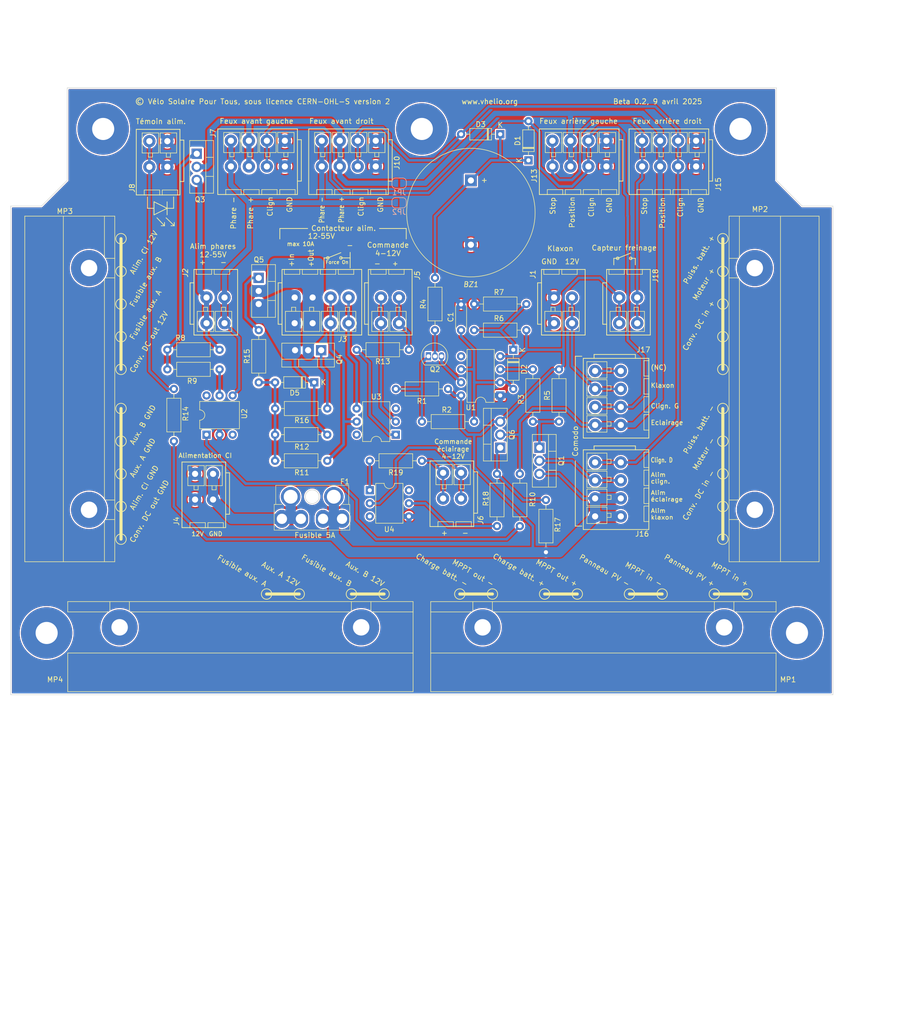
<source format=kicad_pcb>
(kicad_pcb (version 20211014) (generator pcbnew)

  (general
    (thickness 1.6)
  )

  (paper "A4")
  (layers
    (0 "F.Cu" signal)
    (31 "B.Cu" signal)
    (32 "B.Adhes" user "B.Adhesive")
    (33 "F.Adhes" user "F.Adhesive")
    (34 "B.Paste" user)
    (35 "F.Paste" user)
    (36 "B.SilkS" user "B.Silkscreen")
    (37 "F.SilkS" user "F.Silkscreen")
    (38 "B.Mask" user)
    (39 "F.Mask" user)
    (40 "Dwgs.User" user "User.Drawings")
    (41 "Cmts.User" user "User.Comments")
    (42 "Eco1.User" user "User.Eco1")
    (43 "Eco2.User" user "User.Eco2")
    (44 "Edge.Cuts" user)
    (45 "Margin" user)
    (46 "B.CrtYd" user "B.Courtyard")
    (47 "F.CrtYd" user "F.Courtyard")
    (48 "B.Fab" user)
    (49 "F.Fab" user)
    (50 "User.1" user)
    (51 "User.2" user)
    (52 "User.3" user)
    (53 "User.4" user)
    (54 "User.5" user)
    (55 "User.6" user)
    (56 "User.7" user)
    (57 "User.8" user)
    (58 "User.9" user)
  )

  (setup
    (stackup
      (layer "F.SilkS" (type "Top Silk Screen"))
      (layer "F.Paste" (type "Top Solder Paste"))
      (layer "F.Mask" (type "Top Solder Mask") (thickness 0.01))
      (layer "F.Cu" (type "copper") (thickness 0.035))
      (layer "dielectric 1" (type "core") (thickness 1.51) (material "FR4") (epsilon_r 4.5) (loss_tangent 0.02))
      (layer "B.Cu" (type "copper") (thickness 0.035))
      (layer "B.Mask" (type "Bottom Solder Mask") (thickness 0.01))
      (layer "B.Paste" (type "Bottom Solder Paste"))
      (layer "B.SilkS" (type "Bottom Silk Screen"))
      (copper_finish "None")
      (dielectric_constraints no)
    )
    (pad_to_mask_clearance 0)
    (pcbplotparams
      (layerselection 0x00010e0_ffffffff)
      (disableapertmacros false)
      (usegerberextensions false)
      (usegerberattributes true)
      (usegerberadvancedattributes true)
      (creategerberjobfile true)
      (svguseinch false)
      (svgprecision 6)
      (excludeedgelayer true)
      (plotframeref false)
      (viasonmask false)
      (mode 1)
      (useauxorigin false)
      (hpglpennumber 1)
      (hpglpenspeed 20)
      (hpglpendiameter 15.000000)
      (dxfpolygonmode true)
      (dxfimperialunits true)
      (dxfusepcbnewfont true)
      (psnegative false)
      (psa4output false)
      (plotreference true)
      (plotvalue true)
      (plotinvisibletext false)
      (sketchpadsonfab false)
      (subtractmaskfromsilk false)
      (outputformat 1)
      (mirror false)
      (drillshape 0)
      (scaleselection 1)
      (outputdirectory "")
    )
  )

  (net 0 "")
  (net 1 "GND")
  (net 2 "Net-(F1-Pad2)")
  (net 3 "Net-(D1-Pad2)")
  (net 4 "Net-(D3-Pad2)")
  (net 5 "/Phares")
  (net 6 "Net-(J13-Pad4)")
  (net 7 "Net-(J1-Pad2)")
  (net 8 "/Flasher/Out")
  (net 9 "unconnected-(J17-Pad1)")
  (net 10 "/12V_5A")
  (net 11 "/Flasher/Enable")
  (net 12 "/Contacteur Phares/Input")
  (net 13 "/Contacteur Phares/GND")
  (net 14 "/Contacteur Phares/Output")
  (net 15 "Net-(D4-Pad2)")
  (net 16 "/Conv12V_In.Vbatt")
  (net 17 "/Contacteur alim./Input")
  (net 18 "/Contacteur alim./SW_On")
  (net 19 "/Contacteur alim./GND")
  (net 20 "/Contacteur alim./Cmd_GND")
  (net 21 "/Contacteur alim./Cmd_On")
  (net 22 "/Contacteur Eclairage/Cmd_On")
  (net 23 "/Contacteur Eclairage/Cmd_GND")
  (net 24 "Net-(Q4-Pad1)")
  (net 25 "Net-(Q5-Pad1)")
  (net 26 "Net-(C1-Pad1)")
  (net 27 "Net-(D2-Pad1)")
  (net 28 "Net-(D5-Pad2)")
  (net 29 "Net-(Q1-Pad1)")
  (net 30 "Net-(Q2-Pad1)")
  (net 31 "Net-(Q2-Pad2)")
  (net 32 "Net-(Q2-Pad3)")
  (net 33 "Net-(Q3-Pad1)")
  (net 34 "Net-(Q6-Pad1)")
  (net 35 "Net-(R3-Pad1)")
  (net 36 "Net-(R9-Pad2)")
  (net 37 "Net-(R10-Pad1)")
  (net 38 "Net-(R13-Pad1)")
  (net 39 "Net-(R18-Pad2)")
  (net 40 "Net-(R19-Pad1)")
  (net 41 "unconnected-(U1-Pad5)")
  (net 42 "unconnected-(U2-Pad3)")
  (net 43 "unconnected-(U2-Pad6)")
  (net 44 "unconnected-(U3-Pad3)")
  (net 45 "unconnected-(U3-Pad6)")
  (net 46 "unconnected-(U4-Pad3)")
  (net 47 "unconnected-(U4-Pad6)")

  (footprint "circuit:Wago_221-500_SplicingConnectorHolder" (layer "F.Cu") (at 95.25 82.55 90))

  (footprint "circuit:MountingHole_5mm" (layer "F.Cu") (at 87 130))

  (footprint "Resistor_THT:R_Axial_DIN0207_L6.3mm_D2.5mm_P10.16mm_Horizontal" (layer "F.Cu") (at 147.32 74.93))

  (footprint "circuit:Buzzer_25x16_12.5" (layer "F.Cu") (at 169.545 42.01 -90))

  (footprint "Resistor_THT:R_Axial_DIN0207_L6.3mm_D2.5mm_P10.16mm_Horizontal" (layer "F.Cu") (at 174.625 99.06 -90))

  (footprint "Resistor_THT:R_Axial_DIN0207_L6.3mm_D2.5mm_P10.16mm_Horizontal" (layer "F.Cu") (at 180.34 71.12 180))

  (footprint "circuit:TO-220-3_Vertical" (layer "F.Cu") (at 140.415001 75.02 180))

  (footprint "circuit:Generic_FuseHolder_MINI" (layer "F.Cu") (at 144.475 107.805 180))

  (footprint "Resistor_THT:R_Axial_DIN0207_L6.3mm_D2.5mm_P10.16mm_Horizontal" (layer "F.Cu") (at 165.1 82.55 180))

  (footprint "Package_DIP:DIP-8_W7.62mm" (layer "F.Cu") (at 175.26 83.82 180))

  (footprint "circuit:TerminalBlock_Wago_2601-3102_1x02_P3.50mm_Vertical" (layer "F.Cu") (at 119.38 104.06 180))

  (footprint "Resistor_THT:R_Axial_DIN0207_L6.3mm_D2.5mm_P10.16mm_Horizontal" (layer "F.Cu") (at 160.02 88.9))

  (footprint "Resistor_THT:R_Axial_DIN0207_L6.3mm_D2.5mm_P10.16mm_Horizontal" (layer "F.Cu") (at 179.07 109.22 90))

  (footprint "circuit:MountingHole_5mm" (layer "F.Cu") (at 98 32))

  (footprint "circuit:TerminalBlock_Wago_2601-3104_1x04_P3.50mm_Vertical" (layer "F.Cu") (at 195.920004 39.29 180))

  (footprint "circuit:TO-220-3_Vertical" (layer "F.Cu") (at 182.88 93.98 -90))

  (footprint "Resistor_THT:R_Axial_DIN0207_L6.3mm_D2.5mm_P10.16mm_Horizontal" (layer "F.Cu") (at 110.49 78.74))

  (footprint "Diode_THT:D_DO-35_SOD27_P7.62mm_Horizontal" (layer "F.Cu") (at 139.065 81.28 180))

  (footprint "circuit:TerminalBlock_Wago_2601-3104_1x04_P3.50mm_Vertical" (layer "F.Cu") (at 213.370004 39.29 180))

  (footprint "circuit:TO-92L_Inline" (layer "F.Cu") (at 161.29 76.2))

  (footprint "circuit:MountingHole_5mm" (layer "F.Cu") (at 222 32))

  (footprint "Resistor_THT:R_Axial_DIN0207_L6.3mm_D2.5mm_P10.16mm_Horizontal" (layer "F.Cu") (at 131.445 86.36))

  (footprint "circuit:TerminalBlock_Wago_2601-3104_1x04_P3.50mm_Vertical" (layer "F.Cu") (at 133.35 39.29 180))

  (footprint "Diode_THT:D_DO-35_SOD27_P7.62mm_Horizontal" (layer "F.Cu") (at 175.26 33.02 180))

  (footprint "Resistor_THT:R_Axial_DIN0207_L6.3mm_D2.5mm_P10.16mm_Horizontal" (layer "F.Cu") (at 111.76 82.55 -90))

  (footprint "Diode_THT:D_DO-35_SOD27_P7.62mm_Horizontal" (layer "F.Cu") (at 177.8 74.93 -90))

  (footprint "Resistor_THT:R_Axial_DIN0207_L6.3mm_D2.5mm_P10.16mm_Horizontal" (layer "F.Cu") (at 181.61 78.74 -90))

  (footprint "Capacitor_THT:C_Disc_D4.3mm_W1.9mm_P5.00mm" (layer "F.Cu") (at 167.64 71.12 90))

  (footprint "Resistor_THT:R_Axial_DIN0207_L6.3mm_D2.5mm_P10.16mm_Horizontal" (layer "F.Cu") (at 162.56 71.12 90))

  (footprint "circuit:TerminalBlock_Wago_2601-3102_1x02_P3.50mm_Vertical" (layer "F.Cu") (at 152.055 64.77))

  (footprint "Diode_THT:D_DO-35_SOD27_P7.62mm_Horizontal" (layer "F.Cu") (at 180.75 38.1 90))

  (footprint "circuit:TerminalBlock_Wago_2601-3104_1x04_P3.50mm_Vertical" (layer "F.Cu") (at 198.7161 96.829996 -90))

  (footprint "circuit:TO-220-3_Vertical" (layer "F.Cu") (at 116.205 36.83 -90))

  (footprint "circuit:TerminalBlock_Wago_2601-3104_1x04_P3.50mm_Vertical" (layer "F.Cu") (at 135.255 64.77))

  (footprint "circuit:Wago_221-500_SplicingConnectorHolder" (layer "F.Cu") (at 224.79 82.55 -90))

  (footprint "Package_DIP:DIP-6_W7.62mm" (layer "F.Cu") (at 154.94 91.44 180))

  (footprint "circuit:MountingHole_5mm" (layer "F.Cu") (at 160 32))

  (footprint "circuit:TerminalBlock_Wago_2601-3102_1x02_P3.50mm_Vertical" (layer "F.Cu")
    (tedit 67E5B582) (tstamp ad280681-52bf-4c8b-ac2c-9709ca177a8f)
    (at 110.49 39.37 180)
    (tags "Wago 2601-3102")
    (property "Sheetfile" "circuit.kicad_sch")
    (property "Sheetname" "")
    (path "/6e9cd9b5-2cb7-48b8-855f-32619e72c0d6")
    (attr through_hole)
    (fp_text reference "J8" (at 6.858 -5.08 90 unlocked) (layer "F.SilkS")
      (effects (font (size 1 1) (thickness 0.15)) (justify left))
      (tstamp 01e6719e-9dcc-49b4-83bd-29865c70ede1)
    )
    (fp_text value "Conn_Indicateur_Alim" (at 6.35 12.7 180 unlocked) (layer "F.Fab")
      (effects (font (size 1 1) (thickness 0.15)))
      (tstamp 226ba779-52a5-430e-8724-687eedb9994a)
    )
    (fp_text user "${REFERENCE}" (at -2.54 8.89 180 unlocked) (layer "F.Fab")
      (effects (font (size 1 1) (thickness 0.15)) (justify left))
      (tstamp 66b292fe-b076-4a06-a7c0-1ada692a3a1c)
    )
    (fp_line (start 0.200004 2.7) (end 0.200004 1.9) (layer "F.SilkS") (width 0.12) (tstamp 055344df-a143-4136-b771-d336538fb7af))
    (fp_line (start 6.050002 -5.449999) (end 6.050002 7.300001) (layer "F.SilkS") (width 0.1524) (tstamp 0bf7f6d2-f9ad-418f-a859-2bdac7c5ae6a))
    (fp_line (start 1.000004 -4.5) (end -1.999996 -4.5) (layer "F.SilkS") (width 0.12) (tstamp 172a5f2e-4b05-4695-a29c-fa4177c4b3cb))
    (fp_line (start -1.799996 2.7) (end 1.400004 2.7) (layer "F.SilkS") (width 0.12) (tstamp 2bda51c6-7fa4-46ce-ae16-9432d8e95181))
    (fp_line (start -2.449999 -5.449999) (end 6.050002 -5.449999) (layer "F.SilkS") (width 0.1524) (tstamp 2fe5d3e2-bddb-4587-bded-427cfce568b9))
    (fp_line (start -2.449998 -2.849999) (end -3.199999 -2.849999) (layer "F.SilkS") (width 0.1524) (tstamp 37130413-1809-47b9-8303-cea1ae047af6))
    (fp_line (start 1.400004 6.6) (end -1.799996 6.6) (layer "F.SilkS") (width 0.12) (tstamp 3e95dbad-cf0c-49ac-9feb-4e066d548718))
    (fp_line (start 1.500004 -4.5) (end 1.500004 -5.5) (layer "F.SilkS") (width 0.12) (tstamp 447f988c-93f8-4098-90d3-450e5b33e37e))
    (fp_line (start -2.449998 5.2) (end -3.199999 5.2) (layer "F.SilkS") (width 0.1524) (tstamp 480dd182-3993-417f-8df5-e200a1f80d68))
    (fp_line (start 1.700004 2.7) (end 4.900004 2.7) (layer "F.SilkS") (width 0.12) (tstamp 51a339e0-742b-4f55-ac2a-68cbce2af206))
    (fp_line (start 4.500004 -4.5) (end 1.500004 -4.5) (layer "F.SilkS") (width 0.12) (tstamp 5cc9ce62-9d95-47ab-92a1-556a194f8c63))
    (fp_line (start 4.900004 6.6) (end 1.700004 6.6) (layer "F.SilkS") (width 0.12) (tstamp 6b8e3659-a647-4450-8987-9cf793c52fd5))
    (fp_line (start -2.449999 7.300001) (end -2.449999 -5.449999) (layer "F.SilkS") (width 0.1524) (tstamp 6f53efb7-db48-45d9-80c1-507b9960ad08))
    (fp_line (start 3.700004 1.9) (end 2.900004 1.9) (layer "F.SilkS") (width 0.12) (tstamp 84bb1473-531d-4720-ba3b-1fc557b46054))
    (fp_line (start 4.900004 2.7) (end 4.900004 6.6) (layer "F.SilkS") (width 0.12) (tstamp 874081a4-b3f7-4615-9506-53da689e2116))
    (fp_line (start -1.999996 -4.5) (end -1.999996 -5.5) (layer "F.SilkS") (width 0.12) (tstamp 890b243b-b04d-4f29-ab51-41f7ecadcda7))
    (fp_line (start 1.400004 2.7) (end 1.400004 6.6) (layer "F.SilkS") (width 0.12) (tstamp 9a0efaaf-2136-4026-b3c2-edfb6e83a75f))
    (fp_line (start 1.000004 -5.5) (end 1.000004 -4.5) (layer "F.SilkS") (width 0.12) (tstamp aa41a8c3-0e56-44b4-a82b-0213f5a70b0a))
    (fp_line (start 3.700004 2.7) (end 3.700004 1.9) (layer "F.SilkS") (width 0.12) (tstamp c0508555-6424-4fad-9226-ea42a1633de9))
    (fp_line (start 2.900004 1.9) (end 2.900004 2.7) (layer "F.SilkS") (width 0.12) (tstamp c37f20c4-30c5-4386-b6e8-dfff5caa39b4))
    (fp_line (start 4.500004 -5.5) (end 4.500004 -4.5) (layer "F.SilkS") (width 0.12) (tstamp c3a8f970-2a4a-4a9c-b215-e4de5eebaf7d))
    (fp_line (start -1.799996 6.6) (end -1.799996 2.7) (layer "F.SilkS") (width 0.12) (tstamp cf2c6647-6755-4742-aaa1-c5903da09b5e))
    (fp_line (start -2.449999 7.300001) (end 6.050002 7.300001) (layer "F.SilkS") (width 0.1524) (tstamp d52c2de8-ba2b-4089-b214-05a4b7a1c4e9))
    (fp_line (start -3.199999 5.2) (end -3.199999 -2.849999) (layer "F.SilkS") (width 0.1524) (tstamp e7635299-8a9a-43d3-8b3b-95319ccda23b))
    (fp_line (start 0.200004 1.9) (end -0.599996 1.9) (layer "F.SilkS") (width 0.12) (tstamp eaa75a45-f2f9-4305-98ea-dd8a5d8f3404))
    (fp_line (start -0.599996 1.9) (end -0.599996 2.7) (layer "F.SilkS") (width 0.12) (tstamp f1ea6538-b56f-40f6-b846-910db16dc20a))
    (fp_line (start 1.700004 6.6) (end 1.700004 2.7) (layer "F.SilkS") (width 0.12) (tstamp fbb1d5ec-8996-4f56-8e52-da703f4d2e64))
    (fp_line (start -3.453998 7.554001) (end 6.304002 7.554001) (layer "F.CrtYd") (width 0.1524) (tstamp 036dd9cc-d33e-4cbc-95b3-3504fede4aec))
    (fp_line (start 6.304002 7.554001) (end 6.304002 -5.703999) (layer "F.CrtYd") (width 0.1524) (tstamp 2be1ad9c-f5ad-4393-8d1b-255265215f24))
    (fp_line (start 6.304002 -5.703999) (end -3.453998 -5.703999) (layer "F.CrtYd") (width 0.1524) (tstamp 46255798-4fe0-48db-95bb-e8657595928f))
    (fp_line (start -3.453998 -5.703999) (end -3.453998 7.554001) (layer "F.CrtYd") (width 0.1524) (tstamp fad1fd43-7d33-4667-863c-8ca08b2707f7))
    (fp_line (start 1.000004 -13.5) (end -1.999996 -13.5) (layer "F.Fab") (width 0.1) (tstamp 084b8c5d-9271-4ac8-85c9-4061ca2c5241))
    (fp_line (start -1.999996 -13.5) (end -1.999996 -5.5) (layer "F.Fab") (width 0.1) (tstamp 1e9e3dc3-60cb-4dbd-9950-5015d3a5554c))
    (fp_line (start -2.449999 -5.449999) (end 6.05 -5.45) (layer "F.Fab") (width 0.0254) (tstamp 20e0f39f-a516-4513-b954-687df20c7938))
    (fp_line (start 1.500004 -5.5) (end 4.500004 -5.5) (layer "F.Fab") (width 0.1) (tstamp 281e3047-1dee-4c1f-abcc-3ec78c07b9d2))
    (fp_line (start -2.449998 -2.849999) (end -3.199999 -2.849999) (layer "F.Fab") (width 0.0254) (tstamp 2838e18b-615f-4dc1-a560-afebf8a14ac0))
    (fp_line (start 1.500004 -13.5) (end 1.500004 -5.5) (layer "F.Fab") (width 0.1) (tstamp 375a73bc-0e9f-4b07-be05-baa0ea4834df))
    (fp_line (start -2.449999 7.300001) (end 6.05 7.3) (layer "F.Fab") (width 0.0254) (tstamp 47e7736f-c1e0-4e8f-9d69-5a42b72ff067))
    (fp_line (start 4.500004 -13.5) (end 1.500004 -13.5) (layer "F.Fab") (width 0.1) (tstamp 862dc70f-7dc2-4117-aa37-5ef6063c3df4))
    (fp_line (start -1.999996 -5.5) (end 1.000004 -5.5) (layer "F.Fab") (width 0.1) (tstamp a264b89d-0a12-4e75-9c30-5e3d238c19e2))
    (fp_line (start 4.500004 -5.5) (end 4.500004 -13.5) (layer "F.Fab") (width 0.1) (tstamp a57a00d3-d2f9-406e-8339-5cc2aa251b6a))
    (fp_line (start -3.199999 5.2) (end -3.199999 -2.849999) (layer "F.Fab") (width 0.0254) (tstamp c25e5526-d36c-4326-a80b-e065b988306c))
    (fp_line (start 6.05 -5.45) (end 6.05 7.3) (layer "F.Fab") (width 0.0254) (tstamp d70b3483-f6ee-4d0e-af72-efbabafa5502))
    (fp_line (start 1.000004 -5.5) (end 1.000004 -13.5) (layer "F.Fab") (width 0.1) (tstamp db13f834-9398-4491-8f81-d656a6ff9ec3))
    (fp_line (start -2.449998 5.2) (end -3.199999 5.2) (layer "F.Fab") (width 0.0254) (tstamp dca10a6c-b513-45f6-bfa6-c3d42471561a))
    (fp_line (start -2.449999 7.300001) (end -2.449999 -5.449999) (layer "F.Fab") (width 0.0254) (tstamp eb190e03-2594-4691-9d6e-1bfdf1facede))
    (pad "1" thru_hole circle (at 0 5 180) (size 2.4 2.4) (drill 1.2) (layers *.Cu *.Mask)
      (net 1 "GND") (pinfunction "-") (pintype "power_in") (tstamp 10bcd881-4b05-4ea6-bdb8-d4bc42a44033))
    (pad "1" thru_hole circle (at 0 0 180) (size 2.4 2.4) (drill 1.2) (layers *.Cu *.Mask)
      (net 1 "GND") (pinfunction "-") (pintype "power_in") (tstamp 52477310-b288-4772-903b-6aa290fc40f8))
    (pad "2" thru_hole circle (at 3.500003 0 180) (size 2.4 2.4) (drill 1.2) (layers *.Cu *.Mask)
      (net 15 "Net-(D4-Pad2)") (pinfunction "+") (pintype "passive") (tstamp 51b7dce
... [1637875 chars truncated]
</source>
